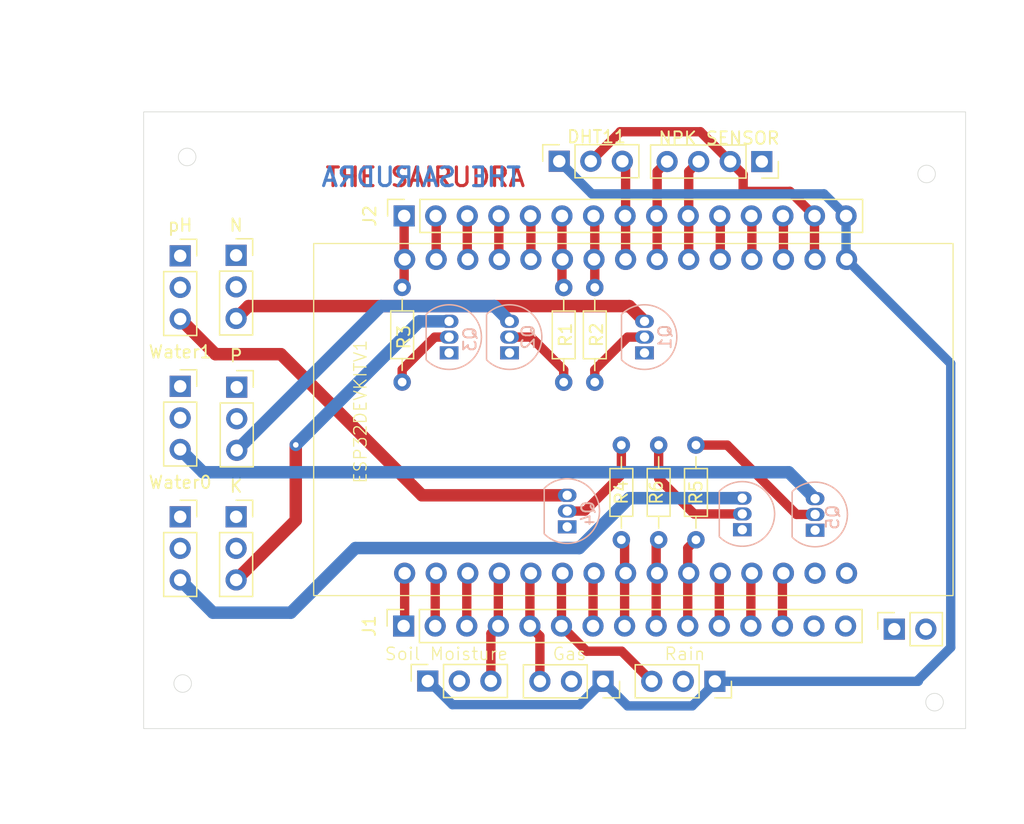
<source format=kicad_pcb>
(kicad_pcb (version 20241229) (generator "pcbnew") (generator_version "9.0")
  (layers (0 "F.Cu" signal) (4 "In1.Cu" signal) (6 "In2.Cu" signal) (2 "B.Cu" power) (13 "F.Paste" user) (15 "B.Paste" user) (5 "F.SilkS" user "F.Silkscreen") (7 "B.SilkS" user "B.Silkscreen") (1 "F.Mask" user) (3 "B.Mask" user) (25 "Edge.Cuts" user))
  (net 0 "")
  (net 1 "DHT")
  (net 2 "GND")
  (net 3 "3V")
  (net 4 "D_14")
  (net 5 "D_21")
  (net 6 "ESP_RELAY_pH")
  (net 7 "TX_0")
  (net 8 "RX_0")
  (net 9 "ESP_RELAY_P")
  (net 10 "D_13")
  (net 11 "EN_0")
  (net 12 "D_12")
  (net 13 "D_15")
  (net 14 "GAS")
  (net 15 "D_2")
  (net 16 "D_4")
  (net 17 "VN_0")
  (net 18 "D_33")
  (net 19 "RAIN")
  (net 20 "ESP_RELAY_K")
  (net 21 "SOIL")
  (net 22 "5V")
  (net 23 "ESP_RELAY_W1")
  (net 24 "D_22")
  (net 25 "VP_0")
  (net 26 "ESP_RELAY_N")
  (net 27 "RX2")
  (net 28 "ESP_RELAY_W0")
  (net 29 "TX2")
  (net 30 "Net-(K0-Pin_3)")
  (net 31 "Net-(N0-Pin_3)")
  (net 32 "Net-(P0-Pin_3)")
  (net 33 "Net-(Q4-E)")
  (net 34 "Net-(Q1-B)")
  (net 35 "Net-(Q2-B)")
  (net 36 "Net-(Q3-B)")
  (net 37 "Net-(Q4-B)")
  (net 38 "Net-(Q5-B)")
  (net 39 "Net-(Q5-E)")
  (net 40 "Net-(Q6-E)")
  (net 41 "Net-(Q6-B)")
  (net 42 "GND2")
  (footprint "Connector_PinSocket_2.54mm:PinSocket_1x04_P2.54mm_Vertical" (layer "F.Cu") (at 245.2 62.6 -90)
    (property "Reference" "J3" (hide yes))
    (property "Value" "Conn_01x04_Pin" (hide yes))
    (fp_line (start -1.33 8.95) (end 1.33 8.95) (stroke (width 0.12)) (layer "F.SilkS"))
    (fp_line (start -1.33 1.27) (end -1.33 8.95) (stroke (width 0.12)) (layer "F.SilkS"))
    (fp_line (start -1.33 1.27) (end 1.33 1.27) (stroke (width 0.12)) (layer "F.SilkS"))
    (fp_line (start 1.33 1.27) (end 1.33 8.95) (stroke (width 0.12)) (layer "F.SilkS"))
    (fp_line (start 0 -1.33) (end 1.33 -1.33) (stroke (width 0.12)) (layer "F.SilkS"))
    (fp_line (start 1.33 -1.33) (end 1.33 0) (stroke (width 0.12)) (layer "F.SilkS"))
    (pad "1" thru_hole rect (at 0 0 270) (size 1.7 1.7) (drill 1) (layers "*.Cu" "*.Mask") (net 22 "5V"))
    (pad "2" thru_hole oval (at 0 2.54 270) (size 1.7 1.7) (drill 1) (layers "*.Cu" "*.Mask") (net 42 "GND2"))
    (pad "3" thru_hole oval (at 0 5.08 270) (size 1.7 1.7) (drill 1) (layers "*.Cu" "*.Mask") (net 27 "RX2"))
    (pad "4" thru_hole oval (at 0 7.62 270) (size 1.7 1.7) (drill 1) (layers "*.Cu" "*.Mask") (net 29 "TX2"))
  )
  (footprint "Connector_PinSocket_2.54mm:PinSocket_1x03_P2.54mm_Vertical" (layer "F.Cu") (at 228.9 62.575 90)
    (property "Reference" "DHT11" (at 1.975 3 0) (layer "F.SilkS"))
    (property "Value" "Conn_01x03_Pin" (hide yes))
    (fp_line (start 1.33 -1.33) (end 1.33 0) (stroke (width 0.12)) (layer "F.SilkS"))
    (fp_line (start 0 -1.33) (end 1.33 -1.33) (stroke (width 0.12)) (layer "F.SilkS"))
    (fp_line (start 1.33 1.27) (end 1.33 6.41) (stroke (width 0.12)) (layer "F.SilkS"))
    (fp_line (start -1.33 1.27) (end 1.33 1.27) (stroke (width 0.12)) (layer "F.SilkS"))
    (fp_line (start -1.33 1.27) (end -1.33 6.41) (stroke (width 0.12)) (layer "F.SilkS"))
    (fp_line (start -1.33 6.41) (end 1.33 6.41) (stroke (width 0.12)) (layer "F.SilkS"))
    (pad "1" thru_hole rect (at 0 0 90) (size 1.7 1.7) (drill 1) (layers "*.Cu" "*.Mask") (net 3 "3V"))
    (pad "2" thru_hole oval (at 0 2.54 90) (size 1.7 1.7) (drill 1) (layers "*.Cu" "*.Mask") (net 42 "GND2"))
    (pad "3" thru_hole oval (at 0 5.08 90) (size 1.7 1.7) (drill 1) (layers "*.Cu" "*.Mask") (net 1 "DHT"))
  )
  (footprint "Resistor_THT:R_Axial_DIN0204_L3.6mm_D1.6mm_P7.62mm_Horizontal" (layer "F.Cu") (at 233.9 93.035 90)
    (property "Reference" "R4" (at 3.81 0 270) (layer "F.SilkS"))
    (property "Value" "1K")
    (fp_line (start 5.73 -0.92) (end 1.89 -0.92) (stroke (width 0.12)) (layer "F.SilkS"))
    (fp_line (start 1.89 -0.92) (end 1.89 0.92) (stroke (width 0.12)) (layer "F.SilkS"))
    (fp_line (start 6.68 0) (end 5.73 0) (stroke (width 0.12)) (layer "F.SilkS"))
    (fp_line (start 0.94 0) (end 1.89 0) (stroke (width 0.12)) (layer "F.SilkS"))
    (fp_line (start 5.73 0.92) (end 5.73 -0.92) (stroke (width 0.12)) (layer "F.SilkS"))
    (fp_line (start 1.89 0.92) (end 5.73 0.92) (stroke (width 0.12)) (layer "F.SilkS"))
    (pad "1" thru_hole circle (at 0 0 90) (size 1.4 1.4) (drill 0.7) (layers "*.Cu" "*.Mask") (net 6 "ESP_RELAY_pH"))
    (pad "2" thru_hole oval (at 7.62 0 90) (size 1.4 1.4) (drill 0.7) (layers "*.Cu" "*.Mask") (net 37 "Net-(Q4-B)"))
  )
  (footprint "Connector_PinSocket_2.54mm:PinSocket_1x03_P2.54mm_Vertical" (layer "F.Cu") (at 202.95 80.755)
    (property "Reference" "P" (at -0.05 -2.53 0) (layer "F.SilkS"))
    (property "Value" "Conn_01x03_Pin" (hide yes))
    (fp_line (start -1.33 1.27) (end -1.33 6.41) (stroke (width 0.12)) (layer "F.SilkS"))
    (fp_line (start -1.33 1.27) (end 1.33 1.27) (stroke (width 0.12)) (layer "F.SilkS"))
    (fp_line (start -1.33 6.41) (end 1.33 6.41) (stroke (width 0.12)) (layer "F.SilkS"))
    (fp_line (start 0 -1.33) (end 1.33 -1.33) (stroke (width 0.12)) (layer "F.SilkS"))
    (fp_line (start 1.33 -1.33) (end 1.33 0) (stroke (width 0.12)) (layer "F.SilkS"))
    (fp_line (start 1.33 1.27) (end 1.33 6.41) (stroke (width 0.12)) (layer "F.SilkS"))
    (pad "1" thru_hole rect (at 0 0) (size 1.7 1.7) (drill 1) (layers "*.Cu" "*.Mask") (net 22 "5V"))
    (pad "2" thru_hole oval (at 0 2.54) (size 1.7 1.7) (drill 1) (layers "*.Cu" "*.Mask") (net 2 "GND"))
    (pad "3" thru_hole oval (at 0 5.08) (size 1.7 1.7) (drill 1) (layers "*.Cu" "*.Mask") (net 32 "Net-(P0-Pin_3)"))
  )
  (footprint "Connector_PinSocket_2.54mm:PinSocket_1x15_P2.54mm_Vertical" (layer "F.Cu") (at 216.42 66.975 90)
    (property "Reference" "J2" (at 0 -2.77 270) (layer "F.SilkS"))
    (property "Value" "Conn_01x15_Pin" (hide yes))
    (fp_line (start 1.33 -1.33) (end 1.33 0) (stroke (width 0.12)) (layer "F.SilkS"))
    (fp_line (start 0 -1.33) (end 1.33 -1.33) (stroke (width 0.12)) (layer "F.SilkS"))
    (fp_line (start 1.33 1.27) (end 1.33 36.89) (stroke (width 0.12)) (layer "F.SilkS"))
    (fp_line (start -1.33 1.27) (end 1.33 1.27) (stroke (width 0.12)) (layer "F.SilkS"))
    (fp_line (start -1.33 1.27) (end -1.33 36.89) (stroke (width 0.12)) (layer "F.SilkS"))
    (fp_line (start -1.33 36.89) (end 1.33 36.89) (stroke (width 0.12)) (layer "F.SilkS"))
    (pad "1" thru_hole rect (at 0 0 90) (size 1.7 1.7) (drill 1) (layers "*.Cu" "*.Mask") (net 20 "ESP_RELAY_K"))
    (pad "2" thru_hole oval (at 0 2.54 90) (size 1.7 1.7) (drill 1) (layers "*.Cu" "*.Mask") (net 24 "D_22"))
    (pad "3" thru_hole oval (at 0 5.08 90) (size 1.7 1.7) (drill 1) (layers "*.Cu" "*.Mask") (net 7 "TX_0"))
    (pad "4" thru_hole oval (at 0 7.62 90) (size 1.7 1.7) (drill 1) (layers "*.Cu" "*.Mask") (net 8 "RX_0"))
    (pad "5" thru_hole oval (at 0 10.16 90) (size 1.7 1.7) (drill 1) (layers "*.Cu" "*.Mask") (net 5 "D_21"))
    (pad "6" thru_hole oval (at 0 12.7 90) (size 1.7 1.7) (drill 1) (layers "*.Cu" "*.Mask") (net 9 "ESP_RELAY_P"))
    (pad "7" thru_hole oval (at 0 15.24 90) (size 1.7 1.7) (drill 1) (layers "*.Cu" "*.Mask") (net 26 "ESP_RELAY_N"))
    (pad "8" thru_hole oval (at 0 17.78 90) (size 1.7 1.7) (drill 1) (layers "*.Cu" "*.Mask") (net 1 "DHT"))
    (pad "9" thru_hole oval (at 0 20.32 90) (size 1.7 1.7) (drill 1) (layers "*.Cu" "*.Mask") (net 29 "TX2"))
    (pad "10" thru_hole oval (at 0 22.86 90) (size 1.7 1.7) (drill 1) (layers "*.Cu" "*.Mask") (net 27 "RX2"))
    (pad "11" thru_hole oval (at 0 25.4 90) (size 1.7 1.7) (drill 1) (layers "*.Cu" "*.Mask") (net 16 "D_4"))
    (pad "12" thru_hole oval (at 0 27.94 90) (size 1.7 1.7) (drill 1) (layers "*.Cu" "*.Mask") (net 15 "D_2"))
    (pad "13" thru_hole oval (at 0 30.48 90) (size 1.7 1.7) (drill 1) (layers "*.Cu" "*.Mask") (net 13 "D_15"))
    (pad "14" thru_hole oval (at 0 33.02 90) (size 1.7 1.7) (drill 1) (layers "*.Cu" "*.Mask") (net 42 "GND2"))
    (pad "15" thru_hole oval (at 0 35.56 90) (size 1.7 1.7) (drill 1) (layers "*.Cu" "*.Mask") (net 3 "3V"))
  )
  (footprint "Connector_PinSocket_2.54mm:PinSocket_1x02_P2.54mm_Vertical" (layer "F.Cu") (at 255.86 100.225 90)
    (property "Reference" "PowerIN_1" (hide yes))
    (property "Value" "Battery")
    (fp_line (start 1.33 -1.33) (end 1.33 0) (stroke (width 0.12)) (layer "F.SilkS"))
    (fp_line (start 0 -1.33) (end 1.33 -1.33) (stroke (width 0.12)) (layer "F.SilkS"))
    (fp_line (start 1.33 1.27) (end 1.33 3.87) (stroke (width 0.12)) (layer "F.SilkS"))
    (fp_line (start -1.33 1.27) (end 1.33 1.27) (stroke (width 0.12)) (layer "F.SilkS"))
    (fp_line (start -1.33 1.27) (end -1.33 3.87) (stroke (width 0.12)) (layer "F.SilkS"))
    (fp_line (start -1.33 3.87) (end 1.33 3.87) (stroke (width 0.12)) (layer "F.SilkS"))
    (pad "1" thru_hole rect (at 0 0 90) (size 1.7 1.7) (drill 1) (layers "*.Cu" "*.Mask") (net 22 "5V"))
    (pad "2" thru_hole oval (at 0 2.54 90) (size 1.7 1.7) (drill 1) (layers "*.Cu" "*.Mask") (net 2 "GND"))
  )
  (footprint "Connector_PinSocket_2.54mm:PinSocket_1x03_P2.54mm_Vertical" (layer "F.Cu") (at 202.9 91.185)
    (property "Reference" "K" (at 0 -2.46 0) (layer "F.SilkS"))
    (property "Value" "Conn_01x03_Pin" (hide yes))
    (fp_line (start -1.33 1.27) (end -1.33 6.41) (stroke (width 0.12)) (layer "F.SilkS"))
    (fp_line (start -1.33 1.27) (end 1.33 1.27) (stroke (width 0.12)) (layer "F.SilkS"))
    (fp_line (start -1.33 6.41) (end 1.33 6.41) (stroke (width 0.12)) (layer "F.SilkS"))
    (fp_line (start 0 -1.33) (end 1.33 -1.33) (stroke (width 0.12)) (layer "F.SilkS"))
    (fp_line (start 1.33 -1.33) (end 1.33 0) (stroke (width 0.12)) (layer "F.SilkS"))
    (fp_line (start 1.33 1.27) (end 1.33 6.41) (stroke (width 0.12)) (layer "F.SilkS"))
    (pad "1" thru_hole rect (at 0 0) (size 1.7 1.7) (drill 1) (layers "*.Cu" "*.Mask") (net 22 "5V"))
    (pad "2" thru_hole oval (at 0 2.54) (size 1.7 1.7) (drill 1) (layers "*.Cu" "*.Mask") (net 2 "GND"))
    (pad "3" thru_hole oval (at 0 5.08) (size 1.7 1.7) (drill 1) (layers "*.Cu" "*.Mask") (net 30 "Net-(K0-Pin_3)"))
  )
  (footprint "Resistor_THT:R_Axial_DIN0204_L3.6mm_D1.6mm_P7.62mm_Horizontal" (layer "F.Cu") (at 216.26 72.725 -90)
    (property "Reference" "R3" (at 4 -0.14 270) (layer "F.SilkS"))
    (property "Value" "1K")
    (fp_line (start 1.89 0.92) (end 5.73 0.92) (stroke (width 0.12)) (layer "F.SilkS"))
    (fp_line (start 5.73 0.92) (end 5.73 -0.92) (stroke (width 0.12)) (layer "F.SilkS"))
    (fp_line (start 0.94 0) (end 1.89 0) (stroke (width 0.12)) (layer "F.SilkS"))
    (fp_line (start 6.68 0) (end 5.73 0) (stroke (width 0.12)) (layer "F.SilkS"))
    (fp_line (start 1.89 -0.92) (end 1.89 0.92) (stroke (width 0.12)) (layer "F.SilkS"))
    (fp_line (start 5.73 -0.92) (end 1.89 -0.92) (stroke (width 0.12)) (layer "F.SilkS"))
    (pad "1" thru_hole circle (at 0 0 270) (size 1.4 1.4) (drill 0.7) (layers "*.Cu" "*.Mask") (net 20 "ESP_RELAY_K"))
    (pad "2" thru_hole oval (at 7.62 0 270) (size 1.4 1.4) (drill 0.7) (layers "*.Cu" "*.Mask") (net 36 "Net-(Q3-B)"))
  )
  (footprint "Connector_PinSocket_2.54mm:PinSocket_1x03_P2.54mm_Vertical" (layer "F.Cu") (at 198.4 70.185)
    (property "Reference" "pH" (at 0 -2.46 0) (layer "F.SilkS"))
    (property "Value" "Conn_01x03_Pin" (hide yes))
    (fp_line (start -1.33 1.27) (end -1.33 6.41) (stroke (width 0.12)) (layer "F.SilkS"))
    (fp_line (start -1.33 1.27) (end 1.33 1.27) (stroke (width 0.12)) (layer "F.SilkS"))
    (fp_line (start -1.33 6.41) (end 1.33 6.41) (stroke (width 0.12)) (layer "F.SilkS"))
    (fp_line (start 0 -1.33) (end 1.33 -1.33) (stroke (width 0.12)) (layer "F.SilkS"))
    (fp_line (start 1.33 -1.33) (end 1.33 0) (stroke (width 0.12)) (layer "F.SilkS"))
    (fp_line (start 1.33 1.27) (end 1.33 6.41) (stroke (width 0.12)) (layer "F.SilkS"))
    (pad "1" thru_hole rect (at 0 0) (size 1.7 1.7) (drill 1) (layers "*.Cu" "*.Mask") (net 22 "5V"))
    (pad "2" thru_hole oval (at 0 2.54) (size 1.7 1.7) (drill 1) (layers "*.Cu" "*.Mask") (net 2 "GND"))
    (pad "3" thru_hole oval (at 0 5.08) (size 1.7 1.7) (drill 1) (layers "*.Cu" "*.Mask") (net 33 "Net-(Q4-E)"))
  )
  (footprint "Resistor_THT:R_Axial_DIN0204_L3.6mm_D1.6mm_P7.62mm_Horizontal" (layer "F.Cu") (at 239.9 93.035 90)
    (property "Reference" "R5" (at 3.81 0 270) (layer "F.SilkS"))
    (property "Value" "1K")
    (fp_line (start 5.73 -0.92) (end 1.89 -0.92) (stroke (width 0.12)) (layer "F.SilkS"))
    (fp_line (start 1.89 -0.92) (end 1.89 0.92) (stroke (width 0.12)) (layer "F.SilkS"))
    (fp_line (start 6.68 0) (end 5.73 0) (stroke (width 0.12)) (layer "F.SilkS"))
    (fp_line (start 0.94 0) (end 1.89 0) (stroke (width 0.12)) (layer "F.SilkS"))
    (fp_line (start 5.73 0.92) (end 5.73 -0.92) (stroke (width 0.12)) (layer "F.SilkS"))
    (fp_line (start 1.89 0.92) (end 5.73 0.92) (stroke (width 0.12)) (layer "F.SilkS"))
    (pad "1" thru_hole circle (at 0 0 90) (size 1.4 1.4) (drill 0.7) (layers "*.Cu" "*.Mask") (net 23 "ESP_RELAY_W1"))
    (pad "2" thru_hole oval (at 7.62 0 90) (size 1.4 1.4) (drill 0.7) (layers "*.Cu" "*.Mask") (net 38 "Net-(Q5-B)"))
  )
  (footprint "Resistor_THT:R_Axial_DIN0204_L3.6mm_D1.6mm_P7.62mm_Horizontal" (layer "F.Cu") (at 231.76 72.735 -90)
    (property "Reference" "R2" (at 3.81 -0.14 270) (layer "F.SilkS"))
    (property "Value" "1K")
    (fp_line (start 1.89 0.92) (end 5.73 0.92) (stroke (width 0.12)) (layer "F.SilkS"))
    (fp_line (start 5.73 0.92) (end 5.73 -0.92) (stroke (width 0.12)) (layer "F.SilkS"))
    (fp_line (start 0.94 0) (end 1.89 0) (stroke (width 0.12)) (layer "F.SilkS"))
    (fp_line (start 6.68 0) (end 5.73 0) (stroke (width 0.12)) (layer "F.SilkS"))
    (fp_line (start 1.89 -0.92) (end 1.89 0.92) (stroke (width 0.12)) (layer "F.SilkS"))
    (fp_line (start 5.73 -0.92) (end 1.89 -0.92) (stroke (width 0.12)) (layer "F.SilkS"))
    (pad "1" thru_hole circle (at 0 0 270) (size 1.4 1.4) (drill 0.7) (layers "*.Cu" "*.Mask") (net 26 "ESP_RELAY_N"))
    (pad "2" thru_hole oval (at 7.62 0 270) (size 1.4 1.4) (drill 0.7) (layers "*.Cu" "*.Mask") (net 34 "Net-(Q1-B)"))
  )
  (footprint "Connector_PinSocket_2.54mm:PinSocket_1x03_P2.54mm_Vertical" (layer "F.Cu") (at 198.4 91.185)
    (property "Reference" "Water0" (at 0 -2.77 0) (layer "F.SilkS"))
    (property "Value" "Conn_01x03_Pin" (hide yes))
    (fp_line (start -1.33 1.27) (end -1.33 6.41) (stroke (width 0.12)) (layer "F.SilkS"))
    (fp_line (start -1.33 1.27) (end 1.33 1.27) (stroke (width 0.12)) (layer "F.SilkS"))
    (fp_line (start -1.33 6.41) (end 1.33 6.41) (stroke (width 0.12)) (layer "F.SilkS"))
    (fp_line (start 0 -1.33) (end 1.33 -1.33) (stroke (width 0.12)) (layer "F.SilkS"))
    (fp_line (start 1.33 -1.33) (end 1.33 0) (stroke (width 0.12)) (layer "F.SilkS"))
    (fp_line (start 1.33 1.27) (end 1.33 6.41) (stroke (width 0.12)) (layer "F.SilkS"))
    (pad "1" thru_hole rect (at 0 0) (size 1.7 1.7) (drill 1) (layers "*.Cu" "*.Mask") (net 22 "5V"))
    (pad "2" thru_hole oval (at 0 2.54) (size 1.7 1.7) (drill 1) (layers "*.Cu" "*.Mask") (net 2 "GND"))
    (pad "3" thru_hole oval (at 0 5.08) (size 1.7 1.7) (drill 1) (layers "*.Cu" "*.Mask") (net 40 "Net-(Q6-E)"))
  )
  (footprint "New folder:ESP32DEVIKITV1" (layer "F.Cu") (at 216.46 95.725)
    (property "Reference" "ESP32DEVKITV1" (at -3.56 -13 90) (layer "F.SilkS") (effects (font (thickness 0.1))))
    (property "Value" "~")
    (fp_rect (start -7.32 -26.53) (end 44.13 1.8) (stroke (width 0.1)) (fill no) (layer "F.SilkS"))
    (pad "1" thru_hole circle (at 0 0) (size 1.7 1.7) (drill 1) (layers "*.Cu" "*.Mask") (net 11 "EN_0"))
    (pad "2" thru_hole circle (at 2.54 0) (size 1.7 1.7) (drill 1) (layers "*.Cu" "*.Mask") (net 25 "VP_0"))
    (pad "3" thru_hole circle (at 5.08 0) (size 1.7 1.7) (drill 1) (layers "*.Cu" "*.Mask") (net 17 "VN_0"))
    (pad "4" thru_hole circle (at 7.62 0) (size 1.7 1.7) (drill 1) (layers "*.Cu" "*.Mask") (net 21 "SOIL"))
    (pad "5" thru_hole circle (at 10.16 0) (size 1.7 1.7) (drill 1) (layers "*.Cu" "*.Mask") (net 14 "GAS"))
    (pad "6" thru_hole circle (at 12.7 0) (size 1.7 1.7) (drill 1) (layers "*.Cu" "*.Mask") (net 19 "RAIN"))
    (pad "7" thru_hole circle (at 15.24 0) (size 1.7 1.7) (drill 1) (layers "*.Cu" "*.Mask") (net 18 "D_33"))
    (pad "8" thru_hole circle (at 17.78 0) (size 1.7 1.7) (drill 1) (layers "*.Cu" "*.Mask") (net 6 "ESP_RELAY_pH"))
    (pad "9" thru_hole circle (at 20.32 0) (size 1.7 1.7) (drill 1) (layers "*.Cu" "*.Mask") (net 28 "ESP_RELAY_W0"))
    (pad "10" thru_hole circle (at 22.86 0) (size 1.7 1.7) (drill 1) (layers "*.Cu" "*.Mask") (net 23 "ESP_RELAY_W1"))
    (pad "11" thru_hole circle (at 25.4 0) (size 1.7 1.7) (drill 1) (layers "*.Cu" "*.Mask") (net 4 "D_14"))
    (pad "12" thru_hole circle (at 27.94 0) (size 1.7 1.7) (drill 1) (layers "*.Cu" "*.Mask") (net 12 "D_12"))
    (pad "13" thru_hole circle (at 30.48 0) (size 1.7 1.7) (drill 1) (layers "*.Cu" "*.Mask") (net 10 "D_13"))
    (pad "14" thru_hole circle (at 33.02 0) (size 1.7 1.7) (drill 1) (layers "*.Cu" "*.Mask") (net 2 "GND"))
    (pad "15" thru_hole circle (at 35.56 0) (size 1.7 1.7) (drill 1) (layers "*.Cu" "*.Mask") (net 22 "5V"))
    (pad "16" thru_hole circle (at 35.56 -25.25) (size 1.7 1.7) (drill 1) (layers "*.Cu" "*.Mask") (net 3 "3V"))
    (pad "17" thru_hole circle (at 33.02 -25.25) (size 1.7 1.7) (drill 1) (layers "*.Cu" "*.Mask") (net 42 "GND2"))
    (pad "18" thru_hole circle (at 30.48 -25.25) (size 1.7 1.7) (drill 1) (layers "*.Cu" "*.Mask") (net 13 "D_15"))
    (pad "19" thru_hole circle (at 27.94 -25.25) (size 1.7 1.7) (drill 1) (layers "*.Cu" "*.Mask") (net 15 "D_2"))
    (pad "20" thru_hole circle (at 25.4 -25.25) (size 1.7 1.7) (drill 1) (layers "*.Cu" "*.Mask") (net 16 "D_4"))
    (pad "21" thru_hole circle (at 22.86 -25.25) (size 1.7 1.7) (drill 1) (layers "*.Cu" "*.Mask") (net 27 "RX2"))
    (pad "22" thru_hole circle (at 20.32 -25.25) (size 1.7 1.7) (drill 1) (layers "*.Cu" "*.Mask") (net 29 "TX2"))
    (pad "23" thru_hole circle (at 17.78 -25.25) (size 1.7 1.7) (drill 1) (layers "*.Cu" "*.Mask") (net 1 "DHT"))
    (pad "24" thru_hole circle (at 15.24 -25.25) (size 1.7 1.7) (drill 1) (layers "*.Cu" "*.Mask") (net 26 "ESP_RELAY_N"))
    (pad "25" thru_hole circle (at 12.7 -25.25) (size 1.7 1.7) (drill 1) (layers "*.Cu" "*.Mask") (net 9 "ESP_RELAY_P"))
    (pad "26" thru_hole circle (at 10.16 -25.25) (size 1.7 1.7) (drill 1) (layers "*.Cu" "*.Mask") (net 5 "D_21"))
    (pad "27" thru_hole circle (at 7.62 -25.25) (size 1.7 1.7) (drill 1) (layers "*.Cu" "*.Mask") (net 8 "RX_0"))
    (pad "28" thru_hole circle (at 5.08 -25.25) (size 1.7 1.7) (drill 1) (layers "*.Cu" "*.Mask") (net 7 "TX_0"))
    (pad "29" thru_hole circle (at 2.54 -25.25) (size 1.7 1.7) (drill 1) (layers "*.Cu" "*.Mask") (net 24 "D_22"))
    (pad "30" thru_hole circle (at 0 -25.25) (size 1.7 1.7) (drill 1) (layers "*.Cu" "*.Mask") (net 20 "ESP_RELAY_K"))
  )
  (footprint "Connector_PinSocket_2.54mm:PinSocket_1x03_P2.54mm_Vertical" (layer "F.Cu") (at 218.32 104.4 90)
    (property "Reference" "SOIL0" (hide yes))
    (property "Value" "Conn_01x03_Pin" (hide yes))
    (fp_line (start 1.33 -1.33) (end 1.33 0) (stroke (width 0.12)) (layer "F.SilkS"))
    (fp_line (start 0 -1.33) (end 1.33 -1.33) (stroke (width 0.12)) (layer "F.SilkS"))
    (fp_line (start 1.33 1.27) (end 1.33 6.41) (stroke (width 0.12)) (layer "F.SilkS"))
    (fp_line (start -1.33 1.27) (end 1.33 1.27) (stroke (width 0.12)) (layer "F.SilkS"))
    (fp_line (start -1.33 1.27) (end -1.33 6.41) (stroke (width 0.12)) (layer "F.SilkS"))
    (fp_line (start -1.33 6.41) (end 1.33 6.41) (stroke (width 0.12)) (layer "F.SilkS"))
    (pad "1" thru_hole rect (at 0 0 90) (size 1.7 1.7) (drill 1) (layers "*.Cu" "*.Mask") (net 3 "3V"))
    (pad "2" thru_hole oval (at 0 2.54 90) (size 1.7 1.7) (drill 1) (layers "*.Cu" "*.Mask") (net 2 "GND"))
    (pad "3" thru_hole oval (at 0 5.08 90) (size 1.7 1.7) (drill 1) (layers "*.Cu" "*.Mask") (net 21 "SOIL"))
  )
  (footprint "Connector_PinSocket_2.54mm:PinSocket_1x03_P2.54mm_Vertical" (layer "F.Cu") (at 202.9 70.145)
    (property "Reference" "N" (at 0 -2.42 0) (layer "F.SilkS"))
    (property "Value" "Conn_01x03_Pin" (hide yes))
    (fp_line (start -1.33 1.27) (end -1.33 6.41) (stroke (width 0.12)) (layer "F.SilkS"))
    (fp_line (start -1.33 1.27) (end 1.33 1.27) (stroke (width 0.12)) (layer "F.SilkS"))
    (fp_line (start -1.33 6.41) (end 1.33 6.41) (stroke (width 0.12)) (layer "F.SilkS"))
    (fp_line (start 0 -1.33) (end 1.33 -1.33) (stroke (width 0.12)) (layer "F.SilkS"))
    (fp_line (start 1.33 -1.33) (end 1.33 0) (stroke (width 0.12)) (layer "F.SilkS"))
    (fp_line (start 1.33 1.27) (end 1.33 6.41) (stroke (width 0.12)) (layer "F.SilkS"))
    (pad "1" thru_hole rect (at 0 0) (size 1.7 1.7) (drill 1) (layers "*.Cu" "*.Mask") (net 22 "5V"))
    (pad "2" thru_hole oval (at 0 2.54) (size 1.7 1.7) (drill 1) (layers "*.Cu" "*.Mask") (net 2 "GND"))
    (pad "3" thru_hole oval (at 0 5.08) (size 1.7 1.7) (drill 1) (layers "*.Cu" "*.Mask") (net 31 "Net-(N0-Pin_3)"))
  )
  (footprint "Resistor_THT:R_Axial_DIN0204_L3.6mm_D1.6mm_P7.62mm_Horizontal" (layer "F.Cu") (at 236.9 93.035 90)
    (property "Reference" "R6" (hide yes))
    (property "Value" "1K")
    (fp_line (start 5.73 -0.92) (end 1.89 -0.92) (stroke (width 0.12)) (layer "F.SilkS"))
    (fp_line (start 1.89 -0.92) (end 1.89 0.92) (stroke (width 0.12)) (layer "F.SilkS"))
    (fp_line (start 6.68 0) (end 5.73 0) (stroke (width 0.12)) (layer "F.SilkS"))
    (fp_line (start 0.94 0) (end 1.89 0) (stroke (width 0.12)) (layer "F.SilkS"))
    (fp_line (start 5.73 0.92) (end 5.73 -0.92) (stroke (width 0.12)) (layer "F.SilkS"))
    (fp_line (start 1.89 0.92) (end 5.73 0.92) (stroke (width 0.12)) (layer "F.SilkS"))
    (pad "1" thru_hole circle (at 0 0 90) (size 1.4 1.4) (drill 0.7) (layers "*.Cu" "*.Mask") (net 28 "ESP_RELAY_W0"))
    (pad "2" thru_hole oval (at 7.62 0 90) (size 1.4 1.4) (drill 0.7) (layers "*.Cu" "*.Mask") (net 41 "Net-(Q6-B)"))
  )
  (footprint "Connector_PinSocket_2.54mm:PinSocket_1x15_P2.54mm_Vertical" (layer "F.Cu") (at 216.38 99.975 90)
    (property "Reference" "J1" (at 0 -2.77 270) (layer "F.SilkS"))
    (property "Value" "Conn_01x15_Pin" (hide yes))
    (fp_line (start 1.33 -1.33) (end 1.33 0) (stroke (width 0.12)) (layer "F.SilkS"))
    (fp_line (start 0 -1.33) (end 1.33 -1.33) (stroke (width 0.12)) (layer "F.SilkS"))
    (fp_line (start 1.33 1.27) (end 1.33 36.89) (stroke (width 0.12)) (layer "F.SilkS"))
    (fp_line (start -1.33 1.27) (end 1.33 1.27) (stroke (width 0.12)) (layer "F.SilkS"))
    (fp_line (start -1.33 1.27) (end -1.33 36.89) (stroke (width 0.12)) (layer "F.SilkS"))
    (fp_line (start -1.33 36.89) (end 1.33 36.89) (stroke (width 0.12)) (layer "F.SilkS"))
    (pad "1" thru_hole rect (at 0 0 90) (size 1.7 1.7) (drill 1) (layers "*.Cu" "*.Mask") (net 11 "EN_0"))
    (pad "2" thru_hole oval (at 0 2.54 90) (size 1.7 1.7) (drill 1) (layers "*.Cu" "*.Mask") (net 25 "VP_0"))
    (pad "3" thru_hole oval (at 0 5.08 90) (size 1.7 1.7) (drill 1) (layers "*.Cu" "*.Mask") (net 17 "VN_0"))
    (pad "4" thru_hole oval (at 0 7.62 90) (size 1.7 1.7) (drill 1) (layers "*.Cu" "*.Mask") (net 21 "SOIL"))
    (pad "5" thru_hole oval (at 0 10.16 90) (size 1.7 1.7) (drill 1) (layers "*.Cu" "*.Mask") (net 14 "GAS"))
    (pad "6" thru_hole oval (at 0 12.7 90) (size 1.7 1.7) (drill 1) (layers "*.Cu" "*.Mask") (net 19 "RAIN"))
    (pad "7" thru_hole oval (at 0 15.24 90) (size 1.7 1.7) (drill 1) (layers "*.Cu" "*.Mask") (net 18 "D_33"))
    (pad "8" thru_hole oval (at 0 17.78 90) (size 1.7 1.7) (drill 1) (layers "*.Cu" "*.Mask") (net 6 "ESP_RELAY_pH"))
    (pad "9" thru_hole oval (at 0 20.32 90) (size 1.7 1.7) (drill 1) (layers "*.Cu" "*.Mask") (net 28 "ESP_RELAY_W0"))
    (pad "10" thru_hole oval (at 0 22.86 90) (size 1.7 1.7) (drill 1) (layers "*.Cu" "*.Mask") (net 23 "ESP_RELAY_W1"))
    (pad "11" thru_hole oval (at 0 25.4 90) (size 1.7 1.7) (drill 1) (layers "*.Cu" "*.Mask") (net 4 "D_14"))
    (pad "12" thru_hole oval (at 0 27.94 90) (size 1.7 1.7) (drill 1) (layers "*.Cu" "*.Mask") (net 12 "D_12"))
    (pad "13" thru_hole oval (at 0 30.48 90) (size 1.7 1.7) (drill 1) (layers "*.Cu" "*.Mask") (net 10 "D_13"))
    (pad "14" thru_hole oval (at 0 33.02 90) (size 1.7 1.7) (drill 1) (layers "*.Cu" "*.Mask") (net 2 "GND"))
    (pad "15" thru_hole oval (at 0 35.56 90) (size 1.7 1.7) (drill 1) (layers "*.Cu" "*.Mask") (net 22 "5V"))
  )
  (footprint "Connector_PinSocket_2.54mm:PinSocket_1x03_P2.54mm_Vertical" (layer "F.Cu") (at 232.425 104.425 -90)
    (property "Reference" "GAS0" (hide yes))
    (property "Value" "Conn_01x03_Pin" (hide yes))
    (fp_line (start -1.33 6.41) (end 1.33 6.41) (stroke (width 0.12)) (layer "F.SilkS"))
    (fp_line (start -1.33 1.27) (end -1.33 6.41) (stroke (width 0.12)) (layer "F.SilkS"))
    (fp_line (start -1.33 1.27) (end 1.33 1.27) (stroke (width 0.12)) (layer "F.SilkS"))
    (fp_line (start 1.33 1.27) (end 1.33 6.41) (stroke (width 0.12)) (layer "F.SilkS"))
    (fp_line (start 0 -1.33) (end 1.33 -1.33) (stroke (width 0.12)) (layer "F.SilkS"))
    (fp_line (start 1.33 -1.33) (end 1.33 0) (stroke (width 0.12)) (layer "F.SilkS"))
    (pad "1" thru_hole rect (at 0 0 270) (size 1.7 1.7) (drill 1) (layers "*.Cu" "*.Mask") (net 3 "3V"))
    (pad "2" thru_hole oval (at 0 2.54 270) (size 1.7 1.7) (drill 1) (layers "*.Cu" "*.Mask") (net 2 "GND"))
    (pad "3" thru_hole oval (at 0 5.08 270) (size 1.7 1.7) (drill 1) (layers "*.Cu" "*.Mask") (net 14 "GAS"))
  )
  (footprint "Resistor_THT:R_Axial_DIN0204_L3.6mm_D1.6mm_P7.62mm_Horizontal" (layer "F.Cu") (at 229.26 72.735 -90)
    (property "Reference" "R1" (at 3.81 -0.14 270) (layer "F.SilkS"))
    (property "Value" "1K")
    (fp_line (start 1.89 0.92) (end 5.73 0.92) (stroke (width 0.12)) (layer "F.SilkS"))
    (fp_line (start 5.73 0.92) (end 5.73 -0.92) (stroke (width 0.12)) (layer "F.SilkS"))
    (fp_line (start 0.94 0) (end 1.89 0) (stroke (width 0.12)) (layer "F.SilkS"))
    (fp_line (start 6.68 0) (end 5.73 0) (stroke (width 0.12)) (layer "F.SilkS"))
    (fp_line (start 1.89 -0.92) (end 1.89 0.92) (stroke (width 0.12)) (layer "F.SilkS"))
    (fp_line (start 5.73 -0.92) (end 1.89 -0.92) (stroke (width 0.12)) (layer "F.SilkS"))
    (pad "1" thru_hole circle (at 0 0 270) (size 1.4 1.4) (drill 0.7) (layers "*.Cu" "*.Mask") (net 9 "ESP_RELAY_P"))
    (pad "2" thru_hole oval (at 7.62 0 270) (size 1.4 1.4) (drill 0.7) (layers "*.Cu" "*.Mask") (net 35 "Net-(Q2-B)"))
  )
  (footprint "Connector_PinSocket_2.54mm:PinSocket_1x03_P2.54mm_Vertical" (layer "F.Cu") (at 241.425 104.425 -90)
    (property "Reference" "RAIN0" (hide yes))
    (property "Value" "Conn_01x03_Pin" (hide yes))
    (fp_line (start -1.33 6.41) (end 1.33 6.41) (stroke (width 0.12)) (layer "F.SilkS"))
    (fp_line (start -1.33 1.27) (end -1.33 6.41) (stroke (width 0.12)) (layer "F.SilkS"))
    (fp_line (start -1.33 1.27) (end 1.33 1.27) (stroke (width 0.12)) (layer "F.SilkS"))
    (fp_line (start 1.33 1.27) (end 1.33 6.41) (stroke (width 0.12)) (layer "F.SilkS"))
    (fp_line (start 0 -1.33) (end 1.33 -1.33) (stroke (width 0.12)) (layer "F.SilkS"))
    (fp_line (start 1.33 -1.33) (end 1.33 0) (stroke (width 0.12)) (layer "F.SilkS"))
    (pad "1" thru_hole rect (at 0 0 270) (size 1.7 1.7) (drill 1) (layers "*.Cu" "*.Mask") (net 3 "3V"))
    (pad "2" thru_hole oval (at 0 2.54 270) (size 1.7 1.7) (drill 1) (layers "*.Cu" "*.Mask") (net 2 "GND"))
    (pad "3" thru_hole oval (at 0 5.08 270) (size 1.7 1.7) (drill 1) (layers "*.Cu" "*.Mask") (net 19 "RAIN"))
  )
  (footprint "Connector_PinSocket_2.54mm:PinSocket_1x03_P2.54mm_Vertical" (layer "F.Cu") (at 198.4 80.685)
    (property "Reference" "Water1" (at 0 -2.77 0) (layer "F.SilkS"))
    (property "Value" "Conn_01x03_Pin" (hide yes))
    (fp_line (start -1.33 1.27) (end -1.33 6.41) (stroke (width 0.12)) (layer "F.SilkS"))
    (fp_line (start -1.33 1.27) (end 1.33 1.27) (stroke (width 0.12)) (layer "F.SilkS"))
    (fp_line (start -1.33 6.41) (end 1.33 6.41) (stroke (width 0.12)) (layer "F.SilkS"))
    (fp_line (start 0 -1.33) (end 1.33 -1.33) (stroke (width 0.12)) (layer "F.SilkS"))
    (fp_line (start 1.33 -1.33) (end 1.33 0) (stroke (width 0.12)) (layer "F.SilkS"))
    (fp_line (start 1.33 1.27) (end 1.33 6.41) (stroke (width 0.12)) (layer "F.SilkS"))
    (pad "1" thru_hole rect (at 0 0) (size 1.7 1.7) (drill 1) (layers "*.Cu" "*.Mask") (net 22 "5V"))
    (pad "2" thru_hole oval (at 0 2.54) (size 1.7 1.7) (drill 1) (layers "*.Cu" "*.Mask") (net 2 "GND"))
    (pad "3" thru_hole oval (at 0 5.08) (size 1.7 1.7) (drill 1) (layers "*.Cu" "*.Mask") (net 39 "Net-(Q5-E)"))
  )
  (footprint "Package_TO_SOT_THT:TO-92_Inline" (layer "B.Cu") (at 235.76 77.995 90)
    (property "Reference" "Q1" (at 1.27 1.65 270) (layer "B.SilkS") (effects (justify mirror)))
    (property "Value" "BC547" (hide yes))
    (fp_line (start 3.07 -1.85) (end -0.53 -1.85) (stroke (width 0.12)) (layer "B.SilkS"))
    (fp_arc (start 3.108478 -1.838478) (mid 3.672087 0.994977) (end 1.27 2.6) (stroke (width 0.12)) (layer "B.SilkS"))
    (fp_arc (start 1.27 2.6) (mid -1.132087 0.994977) (end -0.568478 -1.838478) (stroke (width 0.12)) (layer "B.SilkS"))
    (pad "1" thru_hole rect (at 0 0 90) (size 1.05 1.5) (drill 0.75) (layers "*.Cu" "*.Mask") (net 22 "5V"))
    (pad "2" thru_hole oval (at 1.27 0 90) (size 1.05 1.5) (drill 0.75) (layers "*.Cu" "*.Mask") (net 34 "Net-(Q1-B)"))
    (pad "3" thru_hole oval (at 2.54 0 90) (size 1.05 1.5) (drill 0.75) (layers "*.Cu" "*.Mask") (net 31 "Net-(N0-Pin_3)"))
  )
  (footprint "Package_TO_SOT_THT:TO-92_Inline" (layer "B.Cu") (at 220.04 77.995 90)
    (property "Reference" "Q3" (hide yes))
    (property "Value" "BC547" (hide yes))
    (fp_line (start 3.07 -1.85) (end -0.53 -1.85) (stroke (width 0.12)) (layer "B.SilkS"))
    (fp_arc (start 3.108478 -1.838478) (mid 3.672087 0.994977) (end 1.27 2.6) (stroke (width 0.12)) (layer "B.SilkS"))
    (fp_arc (start 1.27 2.6) (mid -1.132087 0.994977) (end -0.568478 -1.838478) (stroke (width 0.12)) (layer "B.SilkS"))
    (pad "1" thru_hole rect (at 0 0 90) (size 1.05 1.5) (drill 0.75) (layers "*.Cu" "*.Mask") (net 22 "5V"))
    (pad "2" thru_hole oval (at 1.27 0 90) (size 1.05 1.5) (drill 0.75) (layers "*.Cu" "*.Mask") (net 36 "Net-(Q3-B)"))
    (pad "3" thru_hole oval (at 2.54 0 90) (size 1.05 1.5) (drill 0.75) (layers "*.Cu" "*.Mask") (net 30 "Net-(K0-Pin_3)"))
  )
  (footprint "Package_TO_SOT_THT:TO-92_Inline" (layer "B.Cu") (at 243.63 92.225 90)
    (property "Reference" "Q6" (hide yes))
    (property "Value" "BC547")
    (fp_line (start 3.07 -1.85) (end -0.53 -1.85) (stroke (width 0.12)) (layer "B.SilkS"))
    (fp_arc (start 3.108478 -1.838478) (mid 3.672087 0.994977) (end 1.27 2.6) (stroke (width 0.12)) (layer "B.SilkS"))
    (fp_arc (start 1.27 2.6) (mid -1.132087 0.994977) (end -0.568478 -1.838478) (stroke (width 0.12)) (layer "B.SilkS"))
    (pad "1" thru_hole rect (at 0 0 90) (size 1.05 1.5) (drill 0.75) (layers "*.Cu" "*.Mask") (net 22 "5V"))
    (pad "2" thru_hole oval (at 1.27 0 90) (size 1.05 1.5) (drill 0.75) (layers "*.Cu" "*.Mask") (net 41 "Net-(Q6-B)"))
    (pad "3" thru_hole oval (at 2.54 0 90) (size 1.05 1.5) (drill 0.75) (layers "*.Cu" "*.Mask") (net 40 "Net-(Q6-E)"))
  )
  (footprint "Package_TO_SOT_THT:TO-92_Inline" (layer "B.Cu") (at 249.49 92.265 90)
    (property "Reference" "Q5" (at 1.04 1.41 270) (layer "B.SilkS") (effects (justify mirror)))
    (property "Value" "BC547")
    (fp_line (start 3.07 -1.85) (end -0.53 -1.85) (stroke (width 0.12)) (layer "B.SilkS"))
    (fp_arc (start 3.108478 -1.838478) (mid 3.672087 0.994977) (end 1.27 2.6) (stroke (width 0.12)) (layer "B.SilkS"))
    (fp_arc (start 1.27 2.6) (mid -1.132087 0.994977) (end -0.568478 -1.838478) (stroke (width 0.12)) (layer "B.SilkS"))
    (pad "1" thru_hole rect (at 0 0 90) (size 1.05 1.5) (drill 0.75) (layers "*.Cu" "*.Mask") (net 22 "5V"))
    (pad "2" thru_hole oval (at 1.27 0 90) (size 1.05 1.5) (drill 0.75) (layers "*.Cu" "*.Mask") (net 38 "Net-(Q5-B)"))
    (pad "3" thru_hole oval (at 2.54 0 90) (size 1.05 1.5) (drill 0.75) (layers "*.Cu" "*.Mask") (net 39 "Net-(Q5-E)"))
  )
  (footprint "Package_TO_SOT_THT:TO-92_Inline" (layer "B.Cu") (at 224.9 77.995 90)
    (property "Reference" "Q2" (at 1.27 1.5 270) (layer "B.SilkS") (effects (justify mirror)))
    (property "Value" "BC547" (hide yes))
    (fp_line (start 3.07 -1.85) (end -0.53 -1.85) (stroke (width 0.12)) (layer "B.SilkS"))
    (fp_arc (start 3.108478 -1.838478) (mid 3.672087 0.994977) (end 1.27 2.6) (stroke (width 0.12)) (layer "B.SilkS"))
    (fp_arc (start 1.27 2.6) (mid -1.132087 0.994977) (end -0.568478 -1.838478) (stroke (width 0.12)) (layer "B.SilkS"))
    (pad "1" thru_hole rect (at 0 0 90) (size 1.05 1.5) (drill 0.75) (layers "*.Cu" "*.Mask") (net 22 "5V"))
    (pad "2" thru_hole oval (at 1.27 0 90) (size 1.05 1.5) (drill 0.75) (layers "*.Cu" "*.Mask") (net 35 "Net-(Q2-B)"))
    (pad "3" thru_hole oval (at 2.54 0 90) (size 1.05 1.5) (drill 0.75) (layers "*.Cu" "*.Mask") (net 32 "Net-(P0-Pin_3)"))
  )
  (footprint "Package_TO_SOT_THT:TO-92_Inline" (layer "B.Cu") (at 229.54 91.995 90)
    (property "Reference" "Q4" (hide yes))
    (property "Value" "BC547")
    (fp_line (start 3.07 -1.85) (end -0.53 -1.85) (stroke (width 0.12)) (layer "B.SilkS"))
    (fp_arc (start 3.108478 -1.838478) (mid 3.672087 0.994977) (end 1.27 2.6) (stroke (width 0.12)) (layer "B.SilkS"))
    (fp_arc (start 1.27 2.6) (mid -1.132087 0.994977) (end -0.568478 -1.838478) (stroke (width 0.12)) (layer "B.SilkS"))
    (pad "1" thru_hole rect (at 0 0 90) (size 1.05 1.5) (drill 0.75) (layers "*.Cu" "*.Mask") (net 22 "5V"))
    (pad "2" thru_hole oval (at 1.27 0 90) (size 1.05 1.5) (drill 0.75) (layers "*.Cu" "*.Mask") (net 37 "Net-(Q4-B)"))
    (pad "3" thru_hole oval (at 2.54 0 90) (size 1.05 1.5) (drill 0.75) (layers "*.Cu" "*.Mask") (net 33 "Net-(Q4-E)"))
  )
  (gr_circle (center 258.46 63.6) (end 257.96 63.1) (stroke (width 0.05)) (fill no) (layer "Edge.Cuts"))
  (gr_circle (center 198.6 104.6) (end 198.1 104.1) (stroke (width 0.05)) (fill no) (layer "Edge.Cuts"))
  (gr_circle (center 259.1 106.1) (end 258.6 105.6) (stroke (width 0.05)) (fill no) (layer "Edge.Cuts"))
  (gr_circle (center 198.96 62.23) (end 198.46 61.73) (stroke (width 0.05)) (fill no) (layer "Edge.Cuts"))
  (gr_rect (start 195.46 58.6) (end 261.6 108.23) (stroke (width 0.05)) (fill no) (layer "Edge.Cuts"))
  (gr_text "THE SAIRUDRA" (at 209.96 64.73 0) (layer "F.Cu") (effects (font (size 1.5 1.5) (thickness 0.25) (bold yes)) (justify left bottom)))
  (gr_text "THE SAIRUDRA" (at 225.96 64.73 -0) (layer "B.Cu") (effects (font (size 1.5 1.5) (thickness 0.25) (bold yes)) (justify left bottom mirror)))
  (gr_text "NPK SENSOR" (at 236.8 61.3 0) (layer "F.SilkS") (effects (font (size 1 1)) (justify left bottom)))
  (gr_text "Soil Moisture" (at 214.8 102.8 0) (layer "F.SilkS") (effects (font (size 1 1) (thickness 0.1)) (justify left bottom)))
  (gr_text "Gas\n" (at 228.3 102.8 0) (layer "F.SilkS") (effects (font (size 1 1) (thickness 0.1)) (justify left bottom)))
  (gr_text "Rain\n" (at 237.3 102.8 0) (layer "F.SilkS") (effects (font (size 1 1) (thickness 0.1)) (justify left bottom)))
  (gr_text "R6\n" (at 237.3 90.3 90) (layer "F.SilkS") (effects (font (size 1 1)) (justify left bottom)))
  (gr_text "Q3" (at 222.3 75.8 90) (layer "B.SilkS") (effects (font (size 1 1)) (justify left bottom mirror)))
  (gr_text "Q4" (at 231.8 89.8 90) (layer "B.SilkS") (effects (font (size 1 1)) (justify left bottom mirror)))
  (segment (start 234.24 62.835) (end 233.98 62.575) (width 0.75) (layer "F.Cu") (net 1))
  (segment (start 234.24 70.475) (end 234.24 62.835) (width 0.75) (layer "F.Cu") (net 1))
  (segment (start 260.4 101.7) (end 257.8 104.3) (width 0.75) (layer "B.Cu") (net 3))
  (segment (start 232.425 104.425) (end 230.55 106.3) (width 0.75) (layer "B.Cu") (net 3))
  (segment (start 251.98 70.435) (end 252.02 70.475) (width 0.75) (layer "B.Cu") (net 3))
  (segment (start 220.3 106.3) (end 218.4 104.4) (width 0.75) (layer "B.Cu") (net 3))
  (segment (start 257.8 104.4) (end 257.775 104.425) (width 0.75) (layer "B.Cu") (net 3))
  (segment (start 257.775 104.425) (end 241.425 104.425) (width 0.75) (layer "B.Cu") (net 3))
  (segment (start 230.55 106.3) (end 220.3 106.3) (width 0.75) (layer "B.Cu") (net 3))
  (segment (start 251.98 66.975) (end 251.98 70.435) (width 0.75) (layer "B.Cu") (net 3))
  (segment (start 260.4 78.855) (end 260.4 101.7) (width 0.75) (layer "B.Cu") (net 3))
  (segment (start 232.425 104.425) (end 234.4 106.4) (width 0.75) (layer "B.Cu") (net 3))
  (segment (start 231.525 65.2) (end 250.205 65.2) (width 0.75) (layer "B.Cu") (net 3))
  (segment (start 241.425 104.575) (end 241.425 104.425) (width 0.75) (layer "B.Cu") (net 3))
  (segment (start 250.205 65.2) (end 251.98 66.975) (width 0.75) (layer "B.Cu") (net 3))
  (segment (start 257.8 104.3) (end 257.8 104.4) (width 0.75) (layer "B.Cu") (net 3))
  (segment (start 218.4 104.4) (end 218.32 104.4) (width 0.75) (layer "B.Cu") (net 3))
  (segment (start 239.6 106.4) (end 241.425 104.575) (width 0.75) (layer "B.Cu") (net 3))
  (segment (start 234.4 106.4) (end 239.6 106.4) (width 0.75) (layer "B.Cu") (net 3))
  (segment (start 252.02 70.475) (end 260.4 78.855) (width 0.75) (layer "B.Cu") (net 3))
  (segment (start 228.9 62.575) (end 231.525 65.2) (width 0.75) (layer "B.Cu") (net 3))
  (segment (start 241.78 99.975) (end 241.78 95.805) (width 0.75) (layer "F.Cu") (net 4))
  (segment (start 241.78 95.805) (end 241.86 95.725) (width 0.75) (layer "F.Cu") (net 4))
  (segment (start 226.62 67.015) (end 226.58 66.975) (width 0.75) (layer "F.Cu") (net 5))
  (segment (start 226.62 70.475) (end 226.62 67.015) (width 0.75) (layer "F.Cu") (net 5))
  (segment (start 234.16 93.295) (end 233.9 93.035) (width 0.75) (layer "F.Cu") (net 6))
  (segment (start 234.16 99.975) (end 234.16 93.295) (width 0.75) (layer "F.Cu") (net 6))
  (segment (start 221.5 70.435) (end 221.54 70.475) (width 0.75) (layer "F.Cu") (net 7))
  (segment (start 221.5 66.975) (end 221.5 70.435) (width 0.75) (layer "F.Cu") (net 7))
  (segment (start 224.04 70.435) (end 224.08 70.475) (width 0.75) (layer "F.Cu") (net 8))
  (segment (start 224.04 66.975) (end 224.04 70.435) (width 0.75) (layer "F.Cu") (net 8))
  (segment (start 229.12 72.595) (end 229.26 72.735) (width 0.75) (layer "F.Cu") (net 9))
  (segment (start 229.12 66.975) (end 229.12 72.595) (width 0.75) (layer "F.Cu") (net 9))
  (segment (start 246.86 99.975) (end 246.86 95.805) (width 0.75) (layer "F.Cu") (net 10))
  (segment (start 246.86 95.805) (end 246.94 95.725) (width 0.75) (layer "F.Cu") (net 10))
  (segment (start 216.46 99.895) (end 216.38 99.975) (width 0.75) (layer "F.Cu") (net 11))
  (segment (start 216.46 95.725) (end 216.46 99.895) (width 0.75) (layer "F.Cu") (net 11))
  (segment (start 244.32 95.805) (end 244.4 95.725) (width 0.75) (layer "F.Cu") (net 12))
  (segment (start 244.32 99.975) (end 244.32 95.805) (width 0.75) (layer "F.Cu") (net 12))
  (segment (start 246.94 70.475) (end 246.94 67.015) (width 0.75) (layer "F.Cu") (net 13))
  (segment (start 246.94 67.015) (end 246.9 66.975) (width 0.75) (layer "F.Cu") (net 13))
  (segment (start 227.345 100.78) (end 226.54 99.975) (width 0.75) (layer "F.Cu") (net 14))
  (segment (start 226.54 99.975) (end 226.54 95.805) (width 0.75) (layer "F.Cu") (net 14))
  (segment (start 227.345 104.425) (end 227.345 100.78) (width 0.75) (layer "F.Cu") (net 14))
  (segment (start 226.54 95.805) (end 226.62 95.725) (width 0.75) (layer "F.Cu") (net 14))
  (segment (start 244.4 70.475) (end 244.4 67.015) (width 0.75) (layer "F.Cu") (net 15))
  (segment (start 244.4 67.015) (end 244.36 66.975) (width 0.75) (layer "F.Cu") (net 15))
  (segment (start 241.86 70.475) (end 241.86 67.015) (width 0.75) (layer "F.Cu") (net 16))
  (segment (start 241.86 67.015) (end 241.82 66.975) (width 0.75) (layer "F.Cu") (net 16))
  (segment (start 221.46 99.975) (end 221.46 95.805) (width 0.75) (layer "F.Cu") (net 17))
  (segment (start 221.46 95.805) (end 221.54 95.725) (width 0.75) (layer "F.Cu") (net 17))
  (segment (start 231.62 95.805) (end 231.7 95.725) (width 0.75) (layer "F.Cu") (net 18))
  (segment (start 231.62 99.975) (end 231.62 95.805) (width 0.75) (layer "F.Cu") (net 18))
  (segment (start 233.92 102) (end 236.345 104.425) (width 0.75) (layer "F.Cu") (net 19))
  (segment (start 229.08 99.975) (end 231.105 102) (width 0.75) (layer "F.Cu") (net 19))
  (segment (start 229.08 95.805) (end 229.16 95.725) (width 0.75) (layer "F.Cu") (net 19))
  (segment (start 229.08 99.975) (end 229.08 95.805) (width 0.75) (layer "F.Cu") (net 19))
  (segment (start 231.105 102) (end 233.92 102) (width 0.75) (layer "F.Cu") (net 19))
  (segment (start 216.42 72.565) (end 216.26 72.725) (width 0.75) (layer "F.Cu") (net 20))
  (segment (start 216.42 66.975) (end 216.42 72.565) (width 0.75) (layer "F.Cu") (net 20))
  (segment (start 224 95.805) (end 224.08 95.725) (width 0.75) (layer "F.Cu") (net 21))
  (segment (start 223.4 104.4) (end 223.4 100.575) (width 0.75) (layer "F.Cu") (net 21))
  (segment (start 223.4 100.575) (end 224 99.975) (width 0.75) (layer "F.Cu") (net 21))
  (segment (start 224 99.975) (end 224 95.805) (width 0.75) (layer "F.Cu") (net 21))
  (segment (start 239.24 93.695) (end 239.9 93.035) (width 0.75) (layer "F.Cu") (net 23))
  (segment (start 239.24 99.975) (end 239.24 93.695) (width 0.75) (layer "F.Cu") (net 23))
  (segment (start 219 67.015) (end 218.96 66.975) (width 0.75) (layer "F.Cu") (net 24))
  (segment (start 219 70.475) (end 219 67.015) (width 0.75) (layer "F.Cu") (net 24))
  (segment (start 218.92 95.805) (end 219 95.725) (width 0.75) (layer "F.Cu") (net 25))
  (segment (start 218.92 99.975) (end 218.92 95.805) (width 0.75) (layer "F.Cu") (net 25))
  (segment (start 231.76 67.075) (end 231.66 66.975) (width 0.75) (layer "F.Cu") (net 26))
  (segment (start 231.76 72.735) (end 231.76 67.075) (width 0.75) (layer "F.Cu") (net 26))
  (segment (start 239.32 70.475) (end 239.32 63.4) (width 0.75) (layer "F.Cu") (net 27))
  (segment (start 239.32 63.4) (end 240.12 62.6) (width 0.75) (layer "F.Cu") (net 27))
  (segment (start 236.7 99.975) (end 236.7 93.235) (width 0.75) (layer "F.Cu") (net 28))
  (segment (start 236.7 93.235) (end 236.9 93.035) (width 0.75) (layer "F.Cu") (net 28))
  (segment (start 236.78 70.475) (end 236.78 63.4) (width 0.75) (layer "F.Cu") (net 29))
  (segment (start 236.78 63.4) (end 237.58 62.6) (width 0.75) (layer "F.Cu") (net 29))
  (segment (start 207.7 85.4) (end 207.7 91.465) (width 1) (layer "F.Cu") (net 30))
  (segment (start 207.7 91.465) (end 202.9 96.265) (width 1) (layer "F.Cu") (net 30))
  (via (at 207.7 85.4) (size 0.9) (drill 0.45) (layers "F.Cu" "B.Cu") (net 30))
  (segment (start 217.645 75.455) (end 207.7 85.4) (width 1) (layer "B.Cu") (net 30))
  (segment (start 220.04 75.455) (end 217.645 75.455) (width 1) (layer "B.Cu") (net 30))
  (segment (start 234.534 74.229) (end 203.896 74.229) (width 1) (layer "F.Cu") (net 31))
  (segment (start 235.76 75.455) (end 234.534 74.229) (width 1) (layer "F.Cu") (net 31))
  (segment (start 203.896 74.229) (end 202.9 75.225) (width 1) (layer "F.Cu") (net 31))
  (segment (start 202.95 85.835) (end 214.556 74.229) (width 1) (layer "B.Cu") (net 32))
  (segment (start 214.556 74.229) (end 223.674 74.229) (width 1) (layer "B.Cu") (net 32))
  (segment (start 223.674 74.229) (end 224.9 75.455) (width 1) (layer "B.Cu") (net 32))
  (segment (start 217.855 89.455) (end 206.5 78.1) (width 1) (layer "F.Cu") (net 33))
  (segment (start 229.54 89.455) (end 217.855 89.455) (width 1) (layer "F.Cu") (net 33))
  (segment (start 201.235 78.1) (end 198.4 75.265) (width 1) (layer "F.Cu") (net 33))
  (segment (start 206.5 78.1) (end 201.235 78.1) (width 1) (layer "F.Cu") (net 33))
  (segment (start 231.76 79.365051) (end 234.400051 76.725) (width 0.75) (layer "F.Cu") (net 34))
  (segment (start 234.400051 76.725) (end 235.76 76.725) (width 0.75) (layer "F.Cu") (net 34))
  (segment (start 231.76 80.355) (end 231.76 79.365051) (width 0.75) (layer "F.Cu") (net 34))
  (segment (start 229.26 80.355) (end 229.26 79.365051) (width 0.75) (layer "F.Cu") (net 35))
  (segment (start 229.26 79.365051) (end 226.619949 76.725) (width 0.75) (layer "F.Cu") (net 35))
  (segment (start 226.619949 76.725) (end 224.9 76.725) (width 0.75) (layer "F.Cu") (net 35))
  (segment (start 216.26 79.348) (end 218.883 76.725) (width 0.75) (layer "F.Cu") (net 36))
  (segment (start 216.26 80.345) (end 216.26 79.348) (width 0.75) (layer "F.Cu") (net 36))
  (segment (start 218.883 76.725) (end 220.04 76.725) (width 0.75) (layer "F.Cu") (net 36))
  (segment (start 230.975 90.725) (end 233.9 87.8) (width 0.75) (layer "F.Cu") (net 37))
  (segment (start 229.54 90.725) (end 230.975 90.725) (width 0.75) (layer "F.Cu") (net 37))
  (segment (start 233.9 87.8) (end 233.9 85.415) (width 0.75) (layer "F.Cu") (net 37))
  (segment (start 242.415 85.415) (end 239.9 85.415) (width 0.75) (layer "F.Cu") (net 38))
  (segment (start 247.995 90.995) (end 242.415 85.415) (width 0.75) (layer "F.Cu") (net 38))
  (segment (start 249.49 90.995) (end 247.995 90.995) (width 0.75) (layer "F.Cu") (net 38))
  (segment (start 249.49 89.725) (end 247.365 87.6) (width 1) (layer "B.Cu") (net 39))
  (segment (start 200.235 87.6) (end 198.4 85.765) (width 1) (layer "B.Cu") (net 39))
  (segment (start 247.365 87.6) (end 200.235 87.6) (width 1) (layer "B.Cu") (net 39))
  (segment (start 230.512 93.7) (end 212.5 93.7) (width 1) (layer "B.Cu") (net 40))
  (segment (start 234.527 89.685) (end 230.512 93.7) (width 1) (layer "B.Cu") (net 40))
  (segment (start 201.035 98.9) (end 198.4 96.265) (width 1) (layer "B.Cu") (net 40))
  (segment (start 212.5 93.7) (end 207.3 98.9) (width 1) (layer "B.Cu") (net 40))
  (segment (start 243.63 89.685) (end 234.527 89.685) (width 1) (layer "B.Cu") (net 40))
  (segment (start 207.3 98.9) (end 201.035 98.9) (width 1) (layer "B.Cu") (net 40))
  (segment (start 236.9 85.415) (end 236.9 88.1) (width 0.75) (layer "F.Cu") (net 41))
  (segment (start 236.9 88.1) (end 239.755 90.955) (width 0.75) (layer "F.Cu") (net 41))
  (segment (start 239.755 90.955) (end 243.63 90.955) (width 0.75) (layer "F.Cu") (net 41))
  (segment (start 242.66 62.6) (end 240.26 60.2) (width 0.75) (layer "F.Cu") (net 42))
  (segment (start 243.7 65) (end 243.7 63.64) (width 0.75) (layer "F.Cu") (net 42))
  (segment (start 243.7 63.64) (end 242.66 62.6) (width 0.75) (layer "F.Cu") (net 42))
  (segment (start 249.44 70.435) (end 249.48 70.475) (width 0.75) (layer "F.Cu") (net 42))
  (segment (start 233.8 60.215) (end 231.44 62.575) (width 0.75) (layer "F.Cu") (net 42))
  (segment (start 233.8 60.2) (end 233.8 60.215) (width 0.75) (layer "F.Cu") (net 42))
  (segment (start 249.44 66.975) (end 247.465 65) (width 0.75) (layer "F.Cu") (net 42))
  (segment (start 249.44 66.975) (end 249.44 70.435) (width 0.75) (layer "F.Cu") (net 42))
  (segment (start 247.465 65) (end 243.7 65) (width 0.75) (layer "F.Cu") (net 42))
  (segment (start 240.26 60.2) (end 233.8 60.2) (width 0.75) (layer "F.Cu") (net 42))
)
</source>
